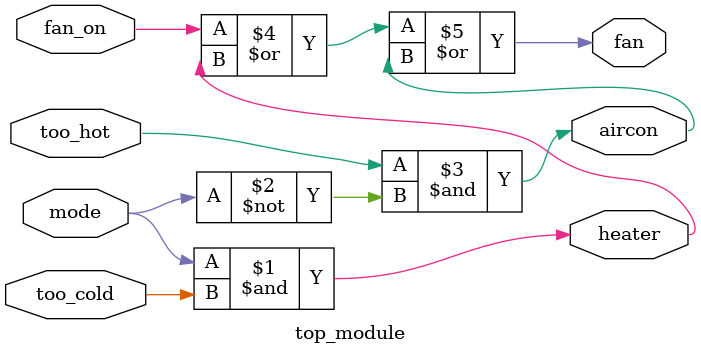
<source format=v>
module top_module (
    input too_cold,
    input too_hot,
    input mode,
    input fan_on,
    output heater,
    output aircon,
    output fan
); 
    assign heater=mode&too_cold;
    assign aircon=too_hot&~mode;
    assign fan=fan_on|heater|aircon;

endmodule

</source>
